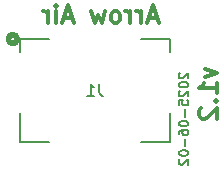
<source format=gbr>
%TF.GenerationSoftware,KiCad,Pcbnew,9.0.2*%
%TF.CreationDate,2025-07-31T21:38:41-05:00*%
%TF.ProjectId,QuiverAttachPCB,51756976-6572-4417-9474-616368504342,rev?*%
%TF.SameCoordinates,Original*%
%TF.FileFunction,Legend,Bot*%
%TF.FilePolarity,Positive*%
%FSLAX46Y46*%
G04 Gerber Fmt 4.6, Leading zero omitted, Abs format (unit mm)*
G04 Created by KiCad (PCBNEW 9.0.2) date 2025-07-31 21:38:41*
%MOMM*%
%LPD*%
G01*
G04 APERTURE LIST*
%ADD10C,0.300000*%
%ADD11C,0.187500*%
%ADD12C,0.150000*%
%ADD13C,0.508000*%
%ADD14C,0.152400*%
G04 APERTURE END LIST*
D10*
X115266917Y-126872257D02*
X114552632Y-126872257D01*
X115409774Y-127300828D02*
X114909774Y-125800828D01*
X114909774Y-125800828D02*
X114409774Y-127300828D01*
X113909775Y-127300828D02*
X113909775Y-126300828D01*
X113909775Y-126586542D02*
X113838346Y-126443685D01*
X113838346Y-126443685D02*
X113766918Y-126372257D01*
X113766918Y-126372257D02*
X113624060Y-126300828D01*
X113624060Y-126300828D02*
X113481203Y-126300828D01*
X112981204Y-127300828D02*
X112981204Y-126300828D01*
X112981204Y-126586542D02*
X112909775Y-126443685D01*
X112909775Y-126443685D02*
X112838347Y-126372257D01*
X112838347Y-126372257D02*
X112695489Y-126300828D01*
X112695489Y-126300828D02*
X112552632Y-126300828D01*
X111838347Y-127300828D02*
X111981204Y-127229400D01*
X111981204Y-127229400D02*
X112052633Y-127157971D01*
X112052633Y-127157971D02*
X112124061Y-127015114D01*
X112124061Y-127015114D02*
X112124061Y-126586542D01*
X112124061Y-126586542D02*
X112052633Y-126443685D01*
X112052633Y-126443685D02*
X111981204Y-126372257D01*
X111981204Y-126372257D02*
X111838347Y-126300828D01*
X111838347Y-126300828D02*
X111624061Y-126300828D01*
X111624061Y-126300828D02*
X111481204Y-126372257D01*
X111481204Y-126372257D02*
X111409776Y-126443685D01*
X111409776Y-126443685D02*
X111338347Y-126586542D01*
X111338347Y-126586542D02*
X111338347Y-127015114D01*
X111338347Y-127015114D02*
X111409776Y-127157971D01*
X111409776Y-127157971D02*
X111481204Y-127229400D01*
X111481204Y-127229400D02*
X111624061Y-127300828D01*
X111624061Y-127300828D02*
X111838347Y-127300828D01*
X110838347Y-126300828D02*
X110552633Y-127300828D01*
X110552633Y-127300828D02*
X110266918Y-126586542D01*
X110266918Y-126586542D02*
X109981204Y-127300828D01*
X109981204Y-127300828D02*
X109695490Y-126300828D01*
X108052632Y-126872257D02*
X107338347Y-126872257D01*
X108195489Y-127300828D02*
X107695489Y-125800828D01*
X107695489Y-125800828D02*
X107195489Y-127300828D01*
X106695490Y-127300828D02*
X106695490Y-126300828D01*
X106695490Y-125800828D02*
X106766918Y-125872257D01*
X106766918Y-125872257D02*
X106695490Y-125943685D01*
X106695490Y-125943685D02*
X106624061Y-125872257D01*
X106624061Y-125872257D02*
X106695490Y-125800828D01*
X106695490Y-125800828D02*
X106695490Y-125943685D01*
X105981204Y-127300828D02*
X105981204Y-126300828D01*
X105981204Y-126586542D02*
X105909775Y-126443685D01*
X105909775Y-126443685D02*
X105838347Y-126372257D01*
X105838347Y-126372257D02*
X105695489Y-126300828D01*
X105695489Y-126300828D02*
X105552632Y-126300828D01*
X119300828Y-131161653D02*
X120300828Y-131518796D01*
X120300828Y-131518796D02*
X119300828Y-131875939D01*
X120300828Y-133233082D02*
X120300828Y-132375939D01*
X120300828Y-132804510D02*
X118800828Y-132804510D01*
X118800828Y-132804510D02*
X119015114Y-132661653D01*
X119015114Y-132661653D02*
X119157971Y-132518796D01*
X119157971Y-132518796D02*
X119229400Y-132375939D01*
X120157971Y-133875938D02*
X120229400Y-133947367D01*
X120229400Y-133947367D02*
X120300828Y-133875938D01*
X120300828Y-133875938D02*
X120229400Y-133804510D01*
X120229400Y-133804510D02*
X120157971Y-133875938D01*
X120157971Y-133875938D02*
X120300828Y-133875938D01*
X118943685Y-134518796D02*
X118872257Y-134590224D01*
X118872257Y-134590224D02*
X118800828Y-134733082D01*
X118800828Y-134733082D02*
X118800828Y-135090224D01*
X118800828Y-135090224D02*
X118872257Y-135233082D01*
X118872257Y-135233082D02*
X118943685Y-135304510D01*
X118943685Y-135304510D02*
X119086542Y-135375939D01*
X119086542Y-135375939D02*
X119229400Y-135375939D01*
X119229400Y-135375939D02*
X119443685Y-135304510D01*
X119443685Y-135304510D02*
X120300828Y-134447367D01*
X120300828Y-134447367D02*
X120300828Y-135375939D01*
D11*
X117168535Y-131525735D02*
X117130440Y-131563831D01*
X117130440Y-131563831D02*
X117092345Y-131640021D01*
X117092345Y-131640021D02*
X117092345Y-131830497D01*
X117092345Y-131830497D02*
X117130440Y-131906688D01*
X117130440Y-131906688D02*
X117168535Y-131944783D01*
X117168535Y-131944783D02*
X117244726Y-131982878D01*
X117244726Y-131982878D02*
X117320916Y-131982878D01*
X117320916Y-131982878D02*
X117435202Y-131944783D01*
X117435202Y-131944783D02*
X117892345Y-131487640D01*
X117892345Y-131487640D02*
X117892345Y-131982878D01*
X117092345Y-132478117D02*
X117092345Y-132554307D01*
X117092345Y-132554307D02*
X117130440Y-132630498D01*
X117130440Y-132630498D02*
X117168535Y-132668593D01*
X117168535Y-132668593D02*
X117244726Y-132706688D01*
X117244726Y-132706688D02*
X117397107Y-132744783D01*
X117397107Y-132744783D02*
X117587583Y-132744783D01*
X117587583Y-132744783D02*
X117739964Y-132706688D01*
X117739964Y-132706688D02*
X117816154Y-132668593D01*
X117816154Y-132668593D02*
X117854250Y-132630498D01*
X117854250Y-132630498D02*
X117892345Y-132554307D01*
X117892345Y-132554307D02*
X117892345Y-132478117D01*
X117892345Y-132478117D02*
X117854250Y-132401926D01*
X117854250Y-132401926D02*
X117816154Y-132363831D01*
X117816154Y-132363831D02*
X117739964Y-132325736D01*
X117739964Y-132325736D02*
X117587583Y-132287640D01*
X117587583Y-132287640D02*
X117397107Y-132287640D01*
X117397107Y-132287640D02*
X117244726Y-132325736D01*
X117244726Y-132325736D02*
X117168535Y-132363831D01*
X117168535Y-132363831D02*
X117130440Y-132401926D01*
X117130440Y-132401926D02*
X117092345Y-132478117D01*
X117168535Y-133049545D02*
X117130440Y-133087641D01*
X117130440Y-133087641D02*
X117092345Y-133163831D01*
X117092345Y-133163831D02*
X117092345Y-133354307D01*
X117092345Y-133354307D02*
X117130440Y-133430498D01*
X117130440Y-133430498D02*
X117168535Y-133468593D01*
X117168535Y-133468593D02*
X117244726Y-133506688D01*
X117244726Y-133506688D02*
X117320916Y-133506688D01*
X117320916Y-133506688D02*
X117435202Y-133468593D01*
X117435202Y-133468593D02*
X117892345Y-133011450D01*
X117892345Y-133011450D02*
X117892345Y-133506688D01*
X117092345Y-134230498D02*
X117092345Y-133849546D01*
X117092345Y-133849546D02*
X117473297Y-133811450D01*
X117473297Y-133811450D02*
X117435202Y-133849546D01*
X117435202Y-133849546D02*
X117397107Y-133925736D01*
X117397107Y-133925736D02*
X117397107Y-134116212D01*
X117397107Y-134116212D02*
X117435202Y-134192403D01*
X117435202Y-134192403D02*
X117473297Y-134230498D01*
X117473297Y-134230498D02*
X117549488Y-134268593D01*
X117549488Y-134268593D02*
X117739964Y-134268593D01*
X117739964Y-134268593D02*
X117816154Y-134230498D01*
X117816154Y-134230498D02*
X117854250Y-134192403D01*
X117854250Y-134192403D02*
X117892345Y-134116212D01*
X117892345Y-134116212D02*
X117892345Y-133925736D01*
X117892345Y-133925736D02*
X117854250Y-133849546D01*
X117854250Y-133849546D02*
X117816154Y-133811450D01*
X117587583Y-134611451D02*
X117587583Y-135220975D01*
X117092345Y-135754308D02*
X117092345Y-135830498D01*
X117092345Y-135830498D02*
X117130440Y-135906689D01*
X117130440Y-135906689D02*
X117168535Y-135944784D01*
X117168535Y-135944784D02*
X117244726Y-135982879D01*
X117244726Y-135982879D02*
X117397107Y-136020974D01*
X117397107Y-136020974D02*
X117587583Y-136020974D01*
X117587583Y-136020974D02*
X117739964Y-135982879D01*
X117739964Y-135982879D02*
X117816154Y-135944784D01*
X117816154Y-135944784D02*
X117854250Y-135906689D01*
X117854250Y-135906689D02*
X117892345Y-135830498D01*
X117892345Y-135830498D02*
X117892345Y-135754308D01*
X117892345Y-135754308D02*
X117854250Y-135678117D01*
X117854250Y-135678117D02*
X117816154Y-135640022D01*
X117816154Y-135640022D02*
X117739964Y-135601927D01*
X117739964Y-135601927D02*
X117587583Y-135563831D01*
X117587583Y-135563831D02*
X117397107Y-135563831D01*
X117397107Y-135563831D02*
X117244726Y-135601927D01*
X117244726Y-135601927D02*
X117168535Y-135640022D01*
X117168535Y-135640022D02*
X117130440Y-135678117D01*
X117130440Y-135678117D02*
X117092345Y-135754308D01*
X117092345Y-136706689D02*
X117092345Y-136554308D01*
X117092345Y-136554308D02*
X117130440Y-136478117D01*
X117130440Y-136478117D02*
X117168535Y-136440022D01*
X117168535Y-136440022D02*
X117282821Y-136363832D01*
X117282821Y-136363832D02*
X117435202Y-136325736D01*
X117435202Y-136325736D02*
X117739964Y-136325736D01*
X117739964Y-136325736D02*
X117816154Y-136363832D01*
X117816154Y-136363832D02*
X117854250Y-136401927D01*
X117854250Y-136401927D02*
X117892345Y-136478117D01*
X117892345Y-136478117D02*
X117892345Y-136630498D01*
X117892345Y-136630498D02*
X117854250Y-136706689D01*
X117854250Y-136706689D02*
X117816154Y-136744784D01*
X117816154Y-136744784D02*
X117739964Y-136782879D01*
X117739964Y-136782879D02*
X117549488Y-136782879D01*
X117549488Y-136782879D02*
X117473297Y-136744784D01*
X117473297Y-136744784D02*
X117435202Y-136706689D01*
X117435202Y-136706689D02*
X117397107Y-136630498D01*
X117397107Y-136630498D02*
X117397107Y-136478117D01*
X117397107Y-136478117D02*
X117435202Y-136401927D01*
X117435202Y-136401927D02*
X117473297Y-136363832D01*
X117473297Y-136363832D02*
X117549488Y-136325736D01*
X117587583Y-137125737D02*
X117587583Y-137735261D01*
X117092345Y-138268594D02*
X117092345Y-138344784D01*
X117092345Y-138344784D02*
X117130440Y-138420975D01*
X117130440Y-138420975D02*
X117168535Y-138459070D01*
X117168535Y-138459070D02*
X117244726Y-138497165D01*
X117244726Y-138497165D02*
X117397107Y-138535260D01*
X117397107Y-138535260D02*
X117587583Y-138535260D01*
X117587583Y-138535260D02*
X117739964Y-138497165D01*
X117739964Y-138497165D02*
X117816154Y-138459070D01*
X117816154Y-138459070D02*
X117854250Y-138420975D01*
X117854250Y-138420975D02*
X117892345Y-138344784D01*
X117892345Y-138344784D02*
X117892345Y-138268594D01*
X117892345Y-138268594D02*
X117854250Y-138192403D01*
X117854250Y-138192403D02*
X117816154Y-138154308D01*
X117816154Y-138154308D02*
X117739964Y-138116213D01*
X117739964Y-138116213D02*
X117587583Y-138078117D01*
X117587583Y-138078117D02*
X117397107Y-138078117D01*
X117397107Y-138078117D02*
X117244726Y-138116213D01*
X117244726Y-138116213D02*
X117168535Y-138154308D01*
X117168535Y-138154308D02*
X117130440Y-138192403D01*
X117130440Y-138192403D02*
X117092345Y-138268594D01*
X117168535Y-138840022D02*
X117130440Y-138878118D01*
X117130440Y-138878118D02*
X117092345Y-138954308D01*
X117092345Y-138954308D02*
X117092345Y-139144784D01*
X117092345Y-139144784D02*
X117130440Y-139220975D01*
X117130440Y-139220975D02*
X117168535Y-139259070D01*
X117168535Y-139259070D02*
X117244726Y-139297165D01*
X117244726Y-139297165D02*
X117320916Y-139297165D01*
X117320916Y-139297165D02*
X117435202Y-139259070D01*
X117435202Y-139259070D02*
X117892345Y-138801927D01*
X117892345Y-138801927D02*
X117892345Y-139297165D01*
D12*
X110333333Y-132451118D02*
X110333333Y-133165403D01*
X110333333Y-133165403D02*
X110380952Y-133308260D01*
X110380952Y-133308260D02*
X110476190Y-133403499D01*
X110476190Y-133403499D02*
X110619047Y-133451118D01*
X110619047Y-133451118D02*
X110714285Y-133451118D01*
X109333333Y-133451118D02*
X109904761Y-133451118D01*
X109619047Y-133451118D02*
X109619047Y-132451118D01*
X109619047Y-132451118D02*
X109714285Y-132593975D01*
X109714285Y-132593975D02*
X109809523Y-132689213D01*
X109809523Y-132689213D02*
X109904761Y-132736832D01*
D13*
%TO.C,J1*%
X103421400Y-128646298D02*
G75*
G02*
X102659400Y-128646298I-381000J0D01*
G01*
X102659400Y-128646298D02*
G75*
G02*
X103421400Y-128646298I381000J0D01*
G01*
D14*
X116324600Y-137330700D02*
X113864140Y-137330700D01*
X116324600Y-134883670D02*
X116324600Y-137330700D01*
X116324600Y-128669300D02*
X116324600Y-129708677D01*
X113864140Y-128669300D02*
X116324600Y-128669300D01*
X106135860Y-137330700D02*
X103675400Y-137330700D01*
X103675400Y-137330700D02*
X103675400Y-134883670D01*
X103675400Y-129708677D02*
X103675400Y-128669300D01*
X103675400Y-128669300D02*
X106135860Y-128669300D01*
%TD*%
M02*

</source>
